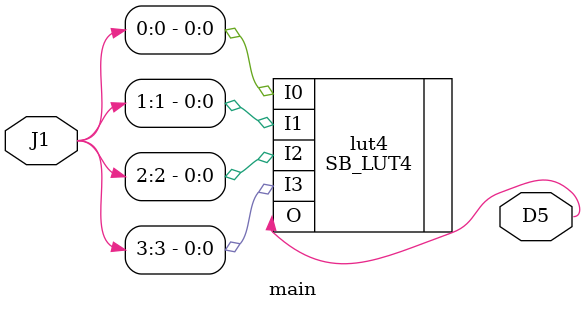
<source format=v>
module main ( input [3:0] J1, output D5 );

SB_LUT4 #(.LUT_INIT(16'h8000)) lut4 (.I0(J1[0]), .I1(J1[1]), .I2(J1[2]), .I3(J1[3]), .O(D5));

endmodule

</source>
